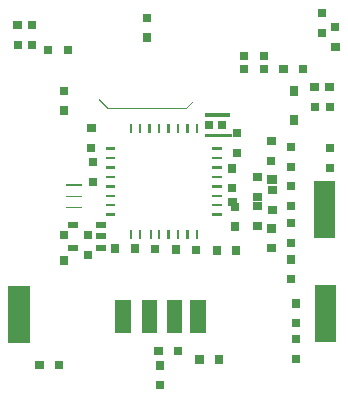
<source format=gbr>
%FSLAX32Y32*%
%MOMM*%
%LNSMD_Maske1*%
G71*
G01*
%LPD*%
G36*
X2094Y2938D02*
X2174Y2938D01*
X2174Y2918D01*
X2094Y2918D01*
X2094Y2938D01*
G37*
G36*
X2094Y2858D02*
X2174Y2858D01*
X2174Y2838D01*
X2094Y2838D01*
X2094Y2858D01*
G37*
G36*
X2094Y2778D02*
X2174Y2778D01*
X2174Y2758D01*
X2094Y2758D01*
X2094Y2778D01*
G37*
G36*
X2094Y2698D02*
X2174Y2698D01*
X2174Y2678D01*
X2094Y2678D01*
X2094Y2698D01*
G37*
G36*
X2094Y2618D02*
X2174Y2618D01*
X2174Y2598D01*
X2094Y2598D01*
X2094Y2618D01*
G37*
G36*
X2094Y2538D02*
X2174Y2538D01*
X2174Y2518D01*
X2094Y2518D01*
X2094Y2538D01*
G37*
G36*
X2094Y2458D02*
X2174Y2458D01*
X2174Y2438D01*
X2094Y2438D01*
X2094Y2458D01*
G37*
G36*
X2094Y2378D02*
X2174Y2378D01*
X2174Y2358D01*
X2094Y2358D01*
X2094Y2378D01*
G37*
G36*
X2994Y2938D02*
X3074Y2938D01*
X3074Y2918D01*
X2994Y2918D01*
X2994Y2938D01*
G37*
G36*
X2994Y2858D02*
X3074Y2858D01*
X3074Y2838D01*
X2994Y2838D01*
X2994Y2858D01*
G37*
G36*
X2994Y2778D02*
X3074Y2778D01*
X3074Y2758D01*
X2994Y2758D01*
X2994Y2778D01*
G37*
G36*
X2994Y2698D02*
X3074Y2698D01*
X3074Y2678D01*
X2994Y2678D01*
X2994Y2698D01*
G37*
G36*
X2994Y2618D02*
X3074Y2618D01*
X3074Y2598D01*
X2994Y2598D01*
X2994Y2618D01*
G37*
G36*
X2994Y2538D02*
X3074Y2538D01*
X3074Y2518D01*
X2994Y2518D01*
X2994Y2538D01*
G37*
G36*
X2994Y2458D02*
X3074Y2458D01*
X3074Y2438D01*
X2994Y2438D01*
X2994Y2458D01*
G37*
G36*
X2994Y2378D02*
X3074Y2378D01*
X3074Y2358D01*
X2994Y2358D01*
X2994Y2378D01*
G37*
G36*
X2294Y3138D02*
X2314Y3138D01*
X2314Y3058D01*
X2294Y3058D01*
X2294Y3138D01*
G37*
G36*
X2374Y3138D02*
X2394Y3138D01*
X2394Y3058D01*
X2374Y3058D01*
X2374Y3138D01*
G37*
G36*
X2454Y3138D02*
X2474Y3138D01*
X2474Y3058D01*
X2454Y3058D01*
X2454Y3138D01*
G37*
G36*
X2534Y3138D02*
X2554Y3138D01*
X2554Y3058D01*
X2534Y3058D01*
X2534Y3138D01*
G37*
G36*
X2614Y3138D02*
X2634Y3138D01*
X2634Y3058D01*
X2614Y3058D01*
X2614Y3138D01*
G37*
G36*
X2694Y3138D02*
X2714Y3138D01*
X2714Y3058D01*
X2694Y3058D01*
X2694Y3138D01*
G37*
G36*
X2774Y3138D02*
X2794Y3138D01*
X2794Y3058D01*
X2774Y3058D01*
X2774Y3138D01*
G37*
G36*
X2854Y3138D02*
X2874Y3138D01*
X2874Y3058D01*
X2854Y3058D01*
X2854Y3138D01*
G37*
G36*
X2294Y2238D02*
X2314Y2238D01*
X2314Y2158D01*
X2294Y2158D01*
X2294Y2238D01*
G37*
G36*
X2374Y2238D02*
X2394Y2238D01*
X2394Y2158D01*
X2374Y2158D01*
X2374Y2238D01*
G37*
G36*
X2464Y2238D02*
X2484Y2238D01*
X2484Y2158D01*
X2464Y2158D01*
X2464Y2238D01*
G37*
G36*
X2534Y2238D02*
X2554Y2238D01*
X2554Y2158D01*
X2534Y2158D01*
X2534Y2238D01*
G37*
G36*
X2614Y2238D02*
X2634Y2238D01*
X2634Y2158D01*
X2614Y2158D01*
X2614Y2238D01*
G37*
G36*
X2694Y2238D02*
X2714Y2238D01*
X2714Y2158D01*
X2694Y2158D01*
X2694Y2238D01*
G37*
G36*
X2774Y2238D02*
X2794Y2238D01*
X2794Y2158D01*
X2774Y2158D01*
X2774Y2238D01*
G37*
G36*
X2854Y2238D02*
X2874Y2238D01*
X2874Y2158D01*
X2854Y2158D01*
X2854Y2238D01*
G37*
G36*
X3198Y2794D02*
X3198Y2724D01*
X3128Y2724D01*
X3128Y2794D01*
X3198Y2794D01*
G37*
G36*
X3196Y2627D02*
X3196Y2557D01*
X3126Y2557D01*
X3126Y2627D01*
X3196Y2627D01*
G37*
G36*
X2022Y2848D02*
X2022Y2778D01*
X1952Y2778D01*
X1952Y2848D01*
X2022Y2848D01*
G37*
G36*
X2021Y2681D02*
X2021Y2611D01*
X1951Y2611D01*
X1951Y2681D01*
X2021Y2681D01*
G37*
G36*
X3237Y3095D02*
X3237Y3025D01*
X3167Y3025D01*
X3167Y3095D01*
X3237Y3095D01*
G37*
G36*
X3236Y2928D02*
X3236Y2858D01*
X3166Y2858D01*
X3166Y2928D01*
X3236Y2928D01*
G37*
G36*
X1775Y2064D02*
X1775Y2114D01*
X1855Y2114D01*
X1855Y2064D01*
X1775Y2064D01*
G37*
G36*
X1775Y2254D02*
X1775Y2304D01*
X1855Y2304D01*
X1855Y2254D01*
X1775Y2254D01*
G37*
G36*
X2013Y2064D02*
X2013Y2114D01*
X2093Y2114D01*
X2093Y2064D01*
X2013Y2064D01*
G37*
G36*
X2013Y2254D02*
X2013Y2304D01*
X2093Y2304D01*
X2093Y2254D01*
X2013Y2254D01*
G37*
G36*
X2013Y2159D02*
X2013Y2209D01*
X2093Y2209D01*
X2093Y2159D01*
X2013Y2159D01*
G37*
G36*
X2006Y3134D02*
X2006Y3064D01*
X1936Y3064D01*
X1936Y3134D01*
X2006Y3134D01*
G37*
G36*
X2005Y2967D02*
X2005Y2897D01*
X1935Y2897D01*
X1935Y2967D01*
X2005Y2967D01*
G37*
G36*
X3539Y2611D02*
X3539Y2541D01*
X3469Y2541D01*
X3469Y2611D01*
X3539Y2611D01*
G37*
G36*
X3538Y2444D02*
X3538Y2374D01*
X3468Y2374D01*
X3468Y2444D01*
X3538Y2444D01*
G37*
G36*
X3531Y2286D02*
X3531Y2216D01*
X3461Y2216D01*
X3461Y2286D01*
X3531Y2286D01*
G37*
G36*
X3530Y2119D02*
X3530Y2049D01*
X3460Y2049D01*
X3460Y2119D01*
X3530Y2119D01*
G37*
G36*
X3459Y2706D02*
X3539Y2706D01*
X3539Y2626D01*
X3459Y2626D01*
X3459Y2706D01*
G37*
G36*
X2542Y2045D02*
X2472Y2045D01*
X2472Y2115D01*
X2542Y2115D01*
X2542Y2045D01*
G37*
G36*
X2375Y2046D02*
X2305Y2046D01*
X2305Y2116D01*
X2375Y2116D01*
X2375Y2046D01*
G37*
G36*
X2891Y2037D02*
X2821Y2037D01*
X2821Y2107D01*
X2891Y2107D01*
X2891Y2037D01*
G37*
G36*
X2724Y2038D02*
X2654Y2038D01*
X2654Y2108D01*
X2724Y2108D01*
X2724Y2038D01*
G37*
G36*
X3149Y2233D02*
X3149Y2303D01*
X3219Y2303D01*
X3219Y2233D01*
X3149Y2233D01*
G37*
G36*
X3150Y2400D02*
X3150Y2470D01*
X3220Y2470D01*
X3220Y2400D01*
X3150Y2400D01*
G37*
G36*
X3233Y2029D02*
X3163Y2029D01*
X3163Y2099D01*
X3233Y2099D01*
X3233Y2029D01*
G37*
G36*
X3066Y2030D02*
X2996Y2030D01*
X2996Y2100D01*
X3066Y2100D01*
X3066Y2030D01*
G37*
G36*
X3459Y2788D02*
X3459Y2858D01*
X3529Y2858D01*
X3529Y2788D01*
X3459Y2788D01*
G37*
G36*
X3460Y2955D02*
X3460Y3025D01*
X3530Y3025D01*
X3530Y2955D01*
X3460Y2955D01*
G37*
G36*
X2932Y3162D02*
X3002Y3162D01*
X3002Y3092D01*
X2932Y3092D01*
X2932Y3162D01*
G37*
G36*
X3043Y3162D02*
X3113Y3162D01*
X3113Y3092D01*
X3043Y3092D01*
X3043Y3162D01*
G37*
G36*
X2932Y3054D02*
X3162Y3054D01*
X3162Y3024D01*
X2932Y3024D01*
X2932Y3054D01*
G37*
G36*
X2934Y3229D02*
X3144Y3229D01*
X3144Y3199D01*
X2934Y3199D01*
X2934Y3229D01*
G37*
G36*
X3412Y2476D02*
X3412Y2406D01*
X3342Y2406D01*
X3342Y2476D01*
X3412Y2476D01*
G37*
G36*
X3411Y2309D02*
X3411Y2239D01*
X3341Y2239D01*
X3341Y2309D01*
X3411Y2309D01*
G37*
G36*
X1893Y2624D02*
X1893Y2614D01*
X1753Y2614D01*
X1753Y2624D01*
X1893Y2624D01*
G37*
G36*
X1893Y2529D02*
X1893Y2519D01*
X1753Y2519D01*
X1753Y2529D01*
X1893Y2529D01*
G37*
G36*
X1893Y2434D02*
X1893Y2424D01*
X1753Y2424D01*
X1753Y2434D01*
X1893Y2434D01*
G37*
G36*
X1776Y3451D02*
X1776Y3381D01*
X1706Y3381D01*
X1706Y3451D01*
X1776Y3451D01*
G37*
G36*
X1775Y3284D02*
X1775Y3214D01*
X1705Y3214D01*
X1705Y3284D01*
X1775Y3284D01*
G37*
G36*
X1704Y1944D02*
X1704Y2014D01*
X1774Y2014D01*
X1774Y1944D01*
X1704Y1944D01*
G37*
G36*
X1705Y2158D02*
X1705Y2228D01*
X1775Y2228D01*
X1775Y2158D01*
X1705Y2158D01*
G37*
G36*
X1975Y2228D02*
X1975Y2158D01*
X1905Y2158D01*
X1905Y2228D01*
X1975Y2228D01*
G37*
G36*
X1974Y2061D02*
X1974Y1991D01*
X1904Y1991D01*
X1904Y2061D01*
X1974Y2061D01*
G37*
G36*
X2374Y2046D02*
X2304Y2046D01*
X2304Y2116D01*
X2374Y2116D01*
X2374Y2046D01*
G37*
G36*
X2207Y2047D02*
X2137Y2047D01*
X2137Y2117D01*
X2207Y2117D01*
X2207Y2047D01*
G37*
G36*
X3698Y2333D02*
X3698Y2263D01*
X3628Y2263D01*
X3628Y2333D01*
X3698Y2333D01*
G37*
G36*
X3697Y2166D02*
X3697Y2096D01*
X3627Y2096D01*
X3627Y2166D01*
X3697Y2166D01*
G37*
G36*
X3698Y2643D02*
X3698Y2573D01*
X3628Y2573D01*
X3628Y2643D01*
X3698Y2643D01*
G37*
G36*
X3697Y2476D02*
X3697Y2406D01*
X3627Y2406D01*
X3627Y2476D01*
X3697Y2476D01*
G37*
G36*
X3698Y2976D02*
X3698Y2906D01*
X3628Y2906D01*
X3628Y2976D01*
X3698Y2976D01*
G37*
G36*
X3697Y2809D02*
X3697Y2739D01*
X3627Y2739D01*
X3627Y2809D01*
X3697Y2809D01*
G37*
G36*
X3698Y2024D02*
X3698Y1954D01*
X3628Y1954D01*
X3628Y2024D01*
X3698Y2024D01*
G37*
G36*
X3697Y1857D02*
X3697Y1787D01*
X3627Y1787D01*
X3627Y1857D01*
X3697Y1857D01*
G37*
G36*
X3412Y2722D02*
X3412Y2652D01*
X3342Y2652D01*
X3342Y2722D01*
X3412Y2722D01*
G37*
G36*
X3411Y2555D02*
X3411Y2485D01*
X3341Y2485D01*
X3341Y2555D01*
X3411Y2555D01*
G37*
G36*
X3721Y3459D02*
X3721Y3374D01*
X3651Y3374D01*
X3651Y3459D01*
X3721Y3459D01*
G37*
G36*
X3721Y3212D02*
X3721Y3127D01*
X3651Y3127D01*
X3651Y3212D01*
X3721Y3212D01*
G37*
G36*
X2103Y3275D02*
X2783Y3275D01*
X2783Y3265D01*
X2103Y3265D01*
X2103Y3275D01*
G37*
G36*
X2038Y3348D02*
X2109Y3277D01*
X2102Y3270D01*
X2031Y3341D01*
X2038Y3348D01*
G37*
G36*
X2840Y3326D02*
X2783Y3269D01*
X2776Y3276D01*
X2833Y3333D01*
X2840Y3326D01*
G37*
G36*
X3131Y2511D02*
X3201Y2511D01*
X3201Y2441D01*
X3131Y2441D01*
X3131Y2511D01*
G37*
G36*
X3464Y3679D02*
X3394Y3679D01*
X3394Y3749D01*
X3464Y3749D01*
X3464Y3679D01*
G37*
G36*
X3297Y3678D02*
X3227Y3678D01*
X3227Y3748D01*
X3297Y3748D01*
X3297Y3678D01*
G37*
G36*
X3464Y3568D02*
X3394Y3568D01*
X3394Y3638D01*
X3464Y3638D01*
X3464Y3568D01*
G37*
G36*
X3297Y3566D02*
X3227Y3566D01*
X3227Y3636D01*
X3297Y3636D01*
X3297Y3566D01*
G37*
G36*
X3826Y3245D02*
X3826Y3315D01*
X3896Y3315D01*
X3896Y3245D01*
X3826Y3245D01*
G37*
G36*
X3825Y3412D02*
X3825Y3482D01*
X3895Y3482D01*
X3895Y3412D01*
X3825Y3412D01*
G37*
G36*
X3953Y3245D02*
X3953Y3315D01*
X4023Y3315D01*
X4023Y3245D01*
X3953Y3245D01*
G37*
G36*
X3952Y3412D02*
X3952Y3482D01*
X4022Y3482D01*
X4022Y3412D01*
X3952Y3412D01*
G37*
G36*
X3855Y2652D02*
X4035Y2652D01*
X4035Y2172D01*
X3855Y2172D01*
X3855Y2652D01*
G37*
G36*
X1267Y1763D02*
X1447Y1763D01*
X1447Y1283D01*
X1267Y1283D01*
X1267Y1763D01*
G37*
G36*
X3863Y1771D02*
X4043Y1771D01*
X4043Y1291D01*
X3863Y1291D01*
X3863Y1771D01*
G37*
G36*
X3561Y3638D02*
X3631Y3638D01*
X3631Y3568D01*
X3561Y3568D01*
X3561Y3638D01*
G37*
G36*
X3728Y3637D02*
X3798Y3637D01*
X3798Y3567D01*
X3728Y3567D01*
X3728Y3637D01*
G37*
G36*
X4002Y3753D02*
X4002Y3823D01*
X4072Y3823D01*
X4072Y3753D01*
X4002Y3753D01*
G37*
G36*
X4001Y3920D02*
X4001Y3990D01*
X4071Y3990D01*
X4071Y3920D01*
X4001Y3920D01*
G37*
G36*
X4024Y2967D02*
X4024Y2897D01*
X3954Y2897D01*
X3954Y2967D01*
X4024Y2967D01*
G37*
G36*
X4023Y2800D02*
X4023Y2730D01*
X3953Y2730D01*
X3953Y2800D01*
X4023Y2800D01*
G37*
G36*
X1568Y3797D02*
X1638Y3797D01*
X1638Y3727D01*
X1568Y3727D01*
X1568Y3797D01*
G37*
G36*
X1735Y3796D02*
X1805Y3796D01*
X1805Y3726D01*
X1735Y3726D01*
X1735Y3796D01*
G37*
G36*
X1497Y1128D02*
X1567Y1128D01*
X1567Y1058D01*
X1497Y1058D01*
X1497Y1128D01*
G37*
G36*
X1664Y1129D02*
X1734Y1129D01*
X1734Y1059D01*
X1664Y1059D01*
X1664Y1129D01*
G37*
G36*
X2518Y888D02*
X2518Y958D01*
X2588Y958D01*
X2588Y888D01*
X2518Y888D01*
G37*
G36*
X2517Y1055D02*
X2517Y1125D01*
X2587Y1125D01*
X2587Y1055D01*
X2517Y1055D01*
G37*
G36*
X1431Y3769D02*
X1431Y3839D01*
X1501Y3839D01*
X1501Y3769D01*
X1431Y3769D01*
G37*
G36*
X1430Y3936D02*
X1430Y4006D01*
X1500Y4006D01*
X1500Y3936D01*
X1430Y3936D01*
G37*
G36*
X1312Y3769D02*
X1312Y3839D01*
X1382Y3839D01*
X1382Y3769D01*
X1312Y3769D01*
G37*
G36*
X1311Y3936D02*
X1311Y4006D01*
X1381Y4006D01*
X1381Y3936D01*
X1311Y3936D01*
G37*
G36*
X3891Y3872D02*
X3891Y3942D01*
X3961Y3942D01*
X3961Y3872D01*
X3891Y3872D01*
G37*
G36*
X3890Y4039D02*
X3890Y4109D01*
X3960Y4109D01*
X3960Y4039D01*
X3890Y4039D01*
G37*
G36*
X2852Y1176D02*
X2922Y1176D01*
X2922Y1106D01*
X2852Y1106D01*
X2852Y1176D01*
G37*
G36*
X3019Y1177D02*
X3089Y1177D01*
X3089Y1107D01*
X3019Y1107D01*
X3019Y1177D01*
G37*
G36*
X2503Y1247D02*
X2573Y1247D01*
X2573Y1177D01*
X2503Y1177D01*
X2503Y1247D01*
G37*
G36*
X2670Y1248D02*
X2740Y1248D01*
X2740Y1178D01*
X2670Y1178D01*
X2670Y1248D01*
G37*
G36*
X2173Y1648D02*
X2303Y1648D01*
X2303Y1368D01*
X2173Y1368D01*
X2173Y1648D01*
G37*
G36*
X2396Y1648D02*
X2526Y1648D01*
X2526Y1368D01*
X2396Y1368D01*
X2396Y1648D01*
G37*
G36*
X2610Y1648D02*
X2740Y1648D01*
X2740Y1368D01*
X2610Y1368D01*
X2610Y1648D01*
G37*
G36*
X2808Y1648D02*
X2938Y1648D01*
X2938Y1368D01*
X2808Y1368D01*
X2808Y1648D01*
G37*
G36*
X3738Y1650D02*
X3738Y1580D01*
X3668Y1580D01*
X3668Y1650D01*
X3738Y1650D01*
G37*
G36*
X3737Y1483D02*
X3737Y1413D01*
X3667Y1413D01*
X3667Y1483D01*
X3737Y1483D01*
G37*
G36*
X3738Y1348D02*
X3738Y1278D01*
X3668Y1278D01*
X3668Y1348D01*
X3738Y1348D01*
G37*
G36*
X3737Y1181D02*
X3737Y1111D01*
X3667Y1111D01*
X3667Y1181D01*
X3737Y1181D01*
G37*
G36*
X2476Y4070D02*
X2476Y4000D01*
X2406Y4000D01*
X2406Y4070D01*
X2476Y4070D01*
G37*
G36*
X2475Y3903D02*
X2475Y3833D01*
X2405Y3833D01*
X2405Y3903D01*
X2475Y3903D01*
G37*
M02*

</source>
